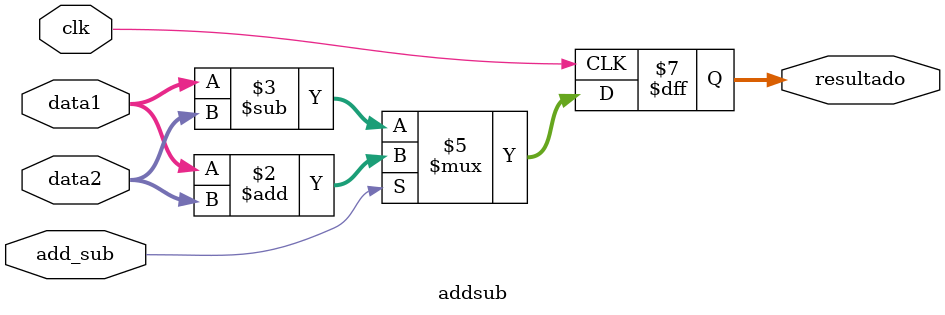
<source format=v>
module addsub
(
	input [15:0] data1,
	input [15:0] data2,
	input add_sub,	  // se for 1, adiciona, caso contrario, subtrai
	input clk,
	output reg [15:0] resultado
);

	always @ (posedge clk)
	begin
		if (add_sub)
			resultado <= data1 + data2;
		else
			resultado <= data1 - data2;
	end

endmodule
</source>
